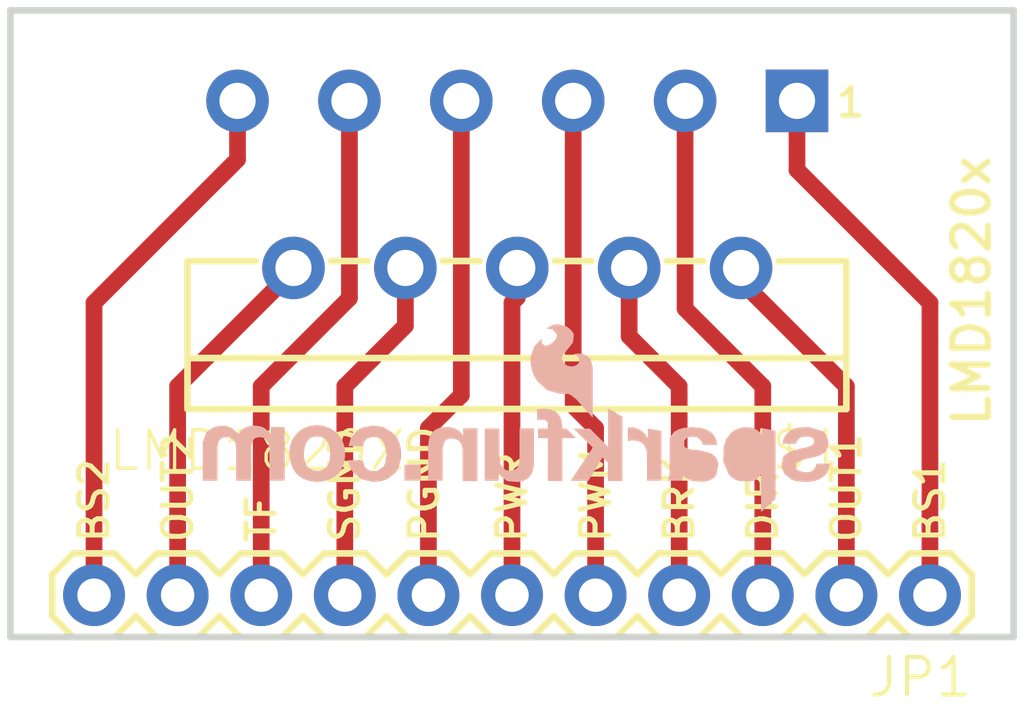
<source format=kicad_pcb>
(kicad_pcb (version 20211014) (generator pcbnew)
  (layers (0 "F.Cu" signal) (31 "B.Cu" signal) (34 "B.Paste" user) (35 "F.Paste" user) (36 "B.SilkS" user "B.Silkscreen") (37 "F.SilkS" user "F.Silkscreen") (38 "B.Mask" user) (39 "F.Mask" user) (44 "Edge.Cuts" user))
  (net 0 "")
  (net 1 "BS1")
  (net 2 "OUT1")
  (net 3 "DIR")
  (net 4 "BRK")
  (net 5 "PWM")
  (net 6 "PWR")
  (net 7 "PGND")
  (net 8 "SGND")
  (net 9 "TF")
  (net 10 "OUT2")
  (net 11 "BS2")
  (footprint "boardEagle:STAND-OFF" (layer "F.Cu") (at 161.2011 98.0186)
    (fp_text reference "JP3" hide)
    (fp_text value "STAND-OFF" hide)
    (pad "" np_thru_hole circle (at 0 0) (size 3.302 3.302) (drill 3.302) (layers *.Cu *.Mask))
  )
  (footprint "boardEagle:STAND-OFF" (layer "F.Cu") (at 135.8011 98.0186)
    (fp_text reference "JP2" hide)
    (fp_text value "STAND-OFF" hide)
    (pad "" np_thru_hole circle (at 0 0) (size 3.302 3.302) (drill 3.302) (layers *.Cu *.Mask))
  )
  (footprint "boardEagle:1X11" (layer "F.Cu") (at 161.2011 113.2586 180)
    (fp_text reference "JP1" (at -1.3462 -1.8288 180) (layer "F.SilkS") (effects (font (size 1.143 1.143) (thickness 0.127)) (justify right top)))
    (fp_text value "M11PTH")
    (fp_line (start 17.145 -1.27) (end 16.51 -0.635) (layer "F.SilkS") (width 0.2032))
    (fp_line (start 6.985 -1.27) (end 8.255 -1.27) (layer "F.SilkS") (width 0.2032))
    (fp_line (start 22.225 -1.27) (end 23.495 -1.27) (layer "F.SilkS") (width 0.2032))
    (fp_line (start 8.89 0.635) (end 8.255 1.27) (layer "F.SilkS") (width 0.2032))
    (fp_line (start 4.445 1.27) (end 3.81 0.635) (layer "F.SilkS") (width 0.2032))
    (fp_line (start -1.27 -0.635) (end -1.27 0.635) (layer "F.SilkS") (width 0.2032))
    (fp_line (start 3.81 0.635) (end 3.175 1.27) (layer "F.SilkS") (width 0.2032))
    (fp_line (start 8.89 -0.635) (end 9.525 -1.27) (layer "F.SilkS") (width 0.2032))
    (fp_line (start 20.955 -1.27) (end 21.59 -0.635) (layer "F.SilkS") (width 0.2032))
    (fp_line (start -1.27 0.635) (end -0.635 1.27) (layer "F.SilkS") (width 0.2032))
    (fp_line (start 1.905 1.27) (end 1.27 0.635) (layer "F.SilkS") (width 0.2032))
    (fp_line (start 22.225 -1.27) (end 21.59 -0.635) (layer "F.SilkS") (width 0.2032))
    (fp_line (start 19.685 -1.27) (end 20.955 -1.27) (layer "F.SilkS") (width 0.2032))
    (fp_line (start 6.985 -1.27) (end 6.35 -0.635) (layer "F.SilkS") (width 0.2032))
    (fp_line (start 3.81 -0.635) (end 4.445 -1.27) (layer "F.SilkS") (width 0.2032))
    (fp_line (start 24.765 -1.27) (end 24.13 -0.635) (layer "F.SilkS") (width 0.2032))
    (fp_line (start 0.635 -1.27) (end 1.27 -0.635) (layer "F.SilkS") (width 0.2032))
    (fp_line (start 15.875 -1.27) (end 16.51 -0.635) (layer "F.SilkS") (width 0.2032))
    (fp_line (start 6.35 0.635) (end 5.715 1.27) (layer "F.SilkS") (width 0.2032))
    (fp_line (start 4.445 -1.27) (end 5.715 -1.27) (layer "F.SilkS") (width 0.2032))
    (fp_line (start 9.525 -1.27) (end 10.795 -1.27) (layer "F.SilkS") (width 0.2032))
    (fp_line (start 6.35 0.635) (end 6.985 1.27) (layer "F.SilkS") (width 0.2032))
    (fp_line (start 18.415 1.27) (end 17.145 1.27) (layer "F.SilkS") (width 0.2032))
    (fp_line (start 5.715 1.27) (end 4.445 1.27) (layer "F.SilkS") (width 0.2032))
    (fp_line (start 13.335 1.27) (end 12.065 1.27) (layer "F.SilkS") (width 0.2032))
    (fp_line (start 20.955 1.27) (end 19.685 1.27) (layer "F.SilkS") (width 0.2032))
    (fp_line (start 26.67 -0.635) (end 26.67 0.635) (layer "F.SilkS") (width 0.2032))
    (fp_line (start 12.065 -1.27) (end 13.335 -1.27) (layer "F.SilkS") (width 0.2032))
    (fp_line (start 10.795 -1.27) (end 11.43 -0.635) (layer "F.SilkS") (width 0.2032))
    (fp_line (start 23.495 -1.27) (end 24.13 -0.635) (layer "F.SilkS") (width 0.2032))
    (fp_line (start 10.795 1.27) (end 9.525 1.27) (layer "F.SilkS") (width 0.2032))
    (fp_line (start 26.035 -1.27) (end 26.67 -0.635) (layer "F.SilkS") (width 0.2032))
    (fp_line (start 11.43 0.635) (end 10.795 1.27) (layer "F.SilkS") (width 0.2032))
    (fp_line (start 1.27 0.635) (end 0.635 1.27) (layer "F.SilkS") (width 0.2032))
    (fp_line (start 0.635 1.27) (end -0.635 1.27) (layer "F.SilkS") (width 0.2032))
    (fp_line (start 17.145 -1.27) (end 18.415 -1.27) (layer "F.SilkS") (width 0.2032))
    (fp_line (start 24.13 0.635) (end 24.765 1.27) (layer "F.SilkS") (width 0.2032))
    (fp_line (start 13.97 0.635) (end 14.605 1.27) (layer "F.SilkS") (width 0.2032))
    (fp_line (start -0.635 -1.27) (end 0.635 -1.27) (layer "F.SilkS") (width 0.2032))
    (fp_line (start 18.415 -1.27) (end 19.05 -0.635) (layer "F.SilkS") (width 0.2032))
    (fp_line (start 24.765 -1.27) (end 26.035 -1.27) (layer "F.SilkS") (width 0.2032))
    (fp_line (start 19.05 0.635) (end 19.685 1.27) (layer "F.SilkS") (width 0.2032))
    (fp_line (start 9.525 1.27) (end 8.89 0.635) (layer "F.SilkS") (width 0.2032))
    (fp_line (start 21.59 0.635) (end 20.955 1.27) (layer "F.SilkS") (width 0.2032))
    (fp_line (start 14.605 -1.27) (end 13.97 -0.635) (layer "F.SilkS") (width 0.2032))
    (fp_line (start 3.175 1.27) (end 1.905 1.27) (layer "F.SilkS") (width 0.2032))
    (fp_line (start 11.43 -0.635) (end 12.065 -1.27) (layer "F.SilkS") (width 0.2032))
    (fp_line (start 15.875 1.27) (end 14.605 1.27) (layer "F.SilkS") (width 0.2032))
    (fp_line (start 16.51 0.635) (end 17.145 1.27) (layer "F.SilkS") (width 0.2032))
    (fp_line (start 3.175 -1.27) (end 3.81 -0.635) (layer "F.SilkS") (width 0.2032))
    (fp_line (start -0.635 -1.27) (end -1.27 -0.635) (layer "F.SilkS") (width 0.2032))
    (fp_line (start 13.97 0.635) (end 13.335 1.27) (layer "F.SilkS") (width 0.2032))
    (fp_line (start 19.685 -1.27) (end 19.05 -0.635) (layer "F.SilkS") (width 0.2032))
    (fp_line (start 16.51 0.635) (end 15.875 1.27) (layer "F.SilkS") (width 0.2032))
    (fp_line (start 23.495 1.27) (end 22.225 1.27) (layer "F.SilkS") (width 0.2032))
    (fp_line (start 8.255 1.27) (end 6.985 1.27) (layer "F.SilkS") (width 0.2032))
    (fp_line (start 24.13 0.635) (end 23.495 1.27) (layer "F.SilkS") (width 0.2032))
    (fp_line (start 19.05 0.635) (end 18.415 1.27) (layer "F.SilkS") (width 0.2032))
    (fp_line (start 8.255 -1.27) (end 8.89 -0.635) (layer "F.SilkS") (width 0.2032))
    (fp_line (start 13.335 -1.27) (end 13.97 -0.635) (layer "F.SilkS") (width 0.2032))
    (fp_line (start 12.065 1.27) (end 11.43 0.635) (layer "F.SilkS") (width 0.2032))
    (fp_line (start 26.035 1.27) (end 24.765 1.27) (layer "F.SilkS") (width 0.2032))
    (fp_line (start 1.905 -1.27) (end 3.175 -1.27) (layer "F.SilkS") (width 0.2032))
    (fp_line (start 5.715 -1.27) (end 6.35 -0.635) (layer "F.SilkS") (width 0.2032))
    (fp_line (start 26.67 0.635) (end 26.035 1.27) (layer "F.SilkS") (width 0.2032))
    (fp_line (start 21.59 0.635) (end 22.225 1.27) (layer "F.SilkS") (width 0.2032))
    (fp_line (start 1.27 -0.635) (end 1.905 -1.27) (layer "F.SilkS") (width 0.2032))
    (fp_line (start 14.605 -1.27) (end 15.875 -1.27) (layer "F.SilkS") (width 0.2032))
    (pad "1" thru_hole circle (at 0 0 270) (size 1.8796 1.8796) (drill 1.016) (layers *.Cu *.Mask) (net 1 "BS1"))
    (pad "2" thru_hole circle (at 2.54 0 270) (size 1.8796 1.8796) (drill 1.016) (layers *.Cu *.Mask) (net 2 "OUT1"))
    (pad "3" thru_hole circle (at 5.08 0 270) (size 1.8796 1.8796) (drill 1.016) (layers *.Cu *.Mask) (net 3 "DIR"))
    (pad "4" thru_hole circle (at 7.62 0 270) (size 1.8796 1.8796) (drill 1.016) (layers *.Cu *.Mask) (net 4 "BRK"))
    (pad "5" thru_hole circle (at 10.16 0 270) (size 1.8796 1.8796) (drill 1.016) (layers *.Cu *.Mask) (net 5 "PWM"))
    (pad "6" thru_hole circle (at 12.7 0 270) (size 1.8796 1.8796) (drill 1.016) (layers *.Cu *.Mask) (net 6 "PWR"))
    (pad "7" thru_hole circle (at 15.24 0 270) (size 1.8796 1.8796) (drill 1.016) (layers *.Cu *.Mask) (net 7 "PGND"))
    (pad "8" thru_hole circle (at 17.78 0 270) (size 1.8796 1.8796) (drill 1.016) (layers *.Cu *.Mask) (net 8 "SGND"))
    (pad "9" thru_hole circle (at 20.32 0 270) (size 1.8796 1.8796) (drill 1.016) (layers *.Cu *.Mask) (net 9 "TF"))
    (pad "10" thru_hole circle (at 22.86 0 270) (size 1.8796 1.8796) (drill 1.016) (layers *.Cu *.Mask) (net 10 "OUT2"))
    (pad "11" thru_hole circle (at 25.4 0 270) (size 1.8796 1.8796) (drill 1.016) (layers *.Cu *.Mask) (net 11 "BS2"))
  )
  (footprint "boardEagle:TO-220-11LEAD" (layer "F.Cu") (at 158.6611 103.0986 180)
    (fp_text reference "U$1" (at 0 -5.08 180) (layer "F.SilkS") (effects (font (size 1.1684 1.1684) (thickness 0.1016)) (justify right top)))
    (fp_text value "LMD1820X" (at 13.335 -5.08 180) (layer "F.SilkS") (effects (font (size 1.1684 1.1684) (thickness 0.1016)) (justify right top)))
    (fp_line (start 20 0) (end 17.95 0) (layer "F.SilkS") (width 0.2032))
    (fp_line (start 0 -4.5) (end 0 -2.95) (layer "F.SilkS") (width 0.2032))
    (fp_line (start 4.35 0) (end 5.45 0) (layer "F.SilkS") (width 0.2032))
    (fp_line (start 0 0) (end 2.05 0) (layer "F.SilkS") (width 0.2032))
    (fp_line (start 14.55 0) (end 15.65 0) (layer "F.SilkS") (width 0.2032))
    (fp_line (start 0 -2.95) (end 20.02 -2.95) (layer "F.SilkS") (width 0.2032))
    (fp_line (start 20.02 -4.5) (end 0 -4.5) (layer "F.SilkS") (width 0.2032))
    (fp_line (start 20.02 -2.95) (end 20.02 -4.5) (layer "F.SilkS") (width 0.2032))
    (fp_line (start 7.75 0) (end 8.85 0) (layer "F.SilkS") (width 0.2032))
    (fp_line (start 0 -2.95) (end 0 0) (layer "F.SilkS") (width 0.2032))
    (fp_line (start 20.02 0) (end 20.02 -2.95) (layer "F.SilkS") (width 0.2032))
    (fp_line (start 11.15 0) (end 12.25 0) (layer "F.SilkS") (width 0.2032))
    (pad "1" thru_hole rect (at 1.5 4.87 180) (size 1.9 1.9) (drill 1.1) (layers *.Cu *.Mask) (net 1 "BS1"))
    (pad "2" thru_hole circle (at 3.2 -0.21 180) (size 1.9 1.9) (drill 1.1) (layers *.Cu *.Mask) (net 2 "OUT1"))
    (pad "3" thru_hole circle (at 4.9 4.87 180) (size 1.9 1.9) (drill 1.1) (layers *.Cu *.Mask) (net 3 "DIR"))
    (pad "4" thru_hole circle (at 6.6 -0.21 180) (size 1.9 1.9) (drill 1.1) (layers *.Cu *.Mask) (net 4 "BRK"))
    (pad "5" thru_hole circle (at 8.3 4.87 180) (size 1.9 1.9) (drill 1.1) (layers *.Cu *.Mask) (net 5 "PWM"))
    (pad "6" thru_hole circle (at 10 -0.21 180) (size 1.9 1.9) (drill 1.1) (layers *.Cu *.Mask) (net 6 "PWR"))
    (pad "7" thru_hole circle (at 11.7 4.87 180) (size 1.9 1.9) (drill 1.1) (layers *.Cu *.Mask) (net 7 "PGND"))
    (pad "8" thru_hole circle (at 13.4 -0.21 180) (size 1.9 1.9) (drill 1.1) (layers *.Cu *.Mask) (net 8 "SGND"))
    (pad "9" thru_hole circle (at 15.1 4.87 180) (size 1.9 1.9) (drill 1.1) (layers *.Cu *.Mask) (net 9 "TF"))
    (pad "10" thru_hole circle (at 16.8 -0.21 180) (size 1.9 1.9) (drill 1.1) (layers *.Cu *.Mask) (net 10 "OUT2"))
    (pad "11" thru_hole circle (at 18.5 4.87 180) (size 1.9 1.9) (drill 1.1) (layers *.Cu *.Mask) (net 11 "BS2"))
  )
  (footprint "boardEagle:SFE-NEW-WEBLOGO" (layer "B.Cu") (at 158.1531 110.7186 180)
    (fp_text reference "JP5" hide)
    (fp_text value "LOGO-SFENEW" hide)
    (fp_line (start 11.1379 0.9449) (end 10.7163 0.9449) (layer "B.SilkS") (width 0.0254))
    (fp_line (start 15.5499 2.6137) (end 15.5499 2.2911) (layer "B.SilkS") (width 0.0254))
    (fp_line (start 10.7163 2.5171) (end 11.1201 2.5171) (layer "B.SilkS") (width 0.0254))
    (fp_line (start 10.7163 0.9449) (end 10.7163 2.5171) (layer "B.SilkS") (width 0.0254))
    (fp_line (start 15.5702 2.6137) (end 15.5854 2.6137) (layer "B.SilkS") (width 0.0254))
    (fp_line (start 15.5499 2.2911) (end 15.527 2.2911) (layer "B.SilkS") (width 0.0254))
    (fp_line (start 11.7729 0.955) (end 11.7729 1.9202) (layer "B.SilkS") (width 0.0254))
    (fp_line (start 11.1201 2.5171) (end 11.1201 2.2962) (layer "B.SilkS") (width 0.0254))
    (fp_line (start 11.1201 2.2962) (end 11.1277 2.2962) (layer "B.SilkS") (width 0.0254))
    (fp_line (start 12.1818 0.955) (end 11.7729 0.955) (layer "B.SilkS") (width 0.0254))
    (fp_line (start 15.5702 2.2962) (end 15.5702 2.6137) (layer "B.SilkS") (width 0.0254))
    (fp_line (start 12.1818 2.0091) (end 12.1818 0.955) (layer "B.SilkS") (width 0.0254))
    (fp_line (start 11.1379 1.8136) (end 11.1379 0.9449) (layer "B.SilkS") (width 0.0254))
    (fp_arc (start 14.8615 1.27) (mid 14.919858 1.189481) (end 14.9911 1.1201) (layer "B.SilkS") (width 0.0254))
    (fp_arc (start 11.1862 2.3571) (mid 11.172158 2.338081) (end 11.1582 2.319) (layer "B.SilkS") (width 0.0254))
    (fp_arc (start 12.1488 2.232699) (mid 12.104013 2.336521) (end 12.0345 2.4257) (layer "B.SilkS") (width 0.0254))
    (fp_arc (start 15.7277 2.2708) (mid 15.650001 2.290018) (end 15.5702 2.2962) (layer "B.SilkS") (width 0.0254))
    (fp_arc (start 11.5672 2.5552) (mid 11.411238 2.523841) (end 11.2725 2.446) (layer "B.SilkS") (width 0.0254))
    (fp_arc (start 12.1818 2.0091) (mid 12.172765 2.122002) (end 12.1488 2.2327) (layer "B.SilkS") (width 0.0254))
    (fp_arc (start 15.908 1.4097) (mid 15.966057 1.559906) (end 15.9868 1.7196) (layer "B.SilkS") (width 0.0254))
    (fp_arc (start 12.0345 2.425699) (mid 11.911985 2.51116) (end 11.7678 2.5502) (layer "B.SilkS") (width 0.0254))
    (fp_arc (start 11.1379 1.8821) (mid 11.137681 1.84785) (end 11.1379 1.8136) (layer "B.SilkS") (width 0.0254))
    (fp_arc (start 15.5499 2.6137) (mid 15.331296 2.577713) (end 15.1282 2.4892) (layer "B.SilkS") (width 0.0254))
    (fp_arc (start 16.317 1.3665) (mid 16.380488 1.583529) (end 16.4033 1.8085) (layer "B.SilkS") (width 0.0254))
    (fp_arc (start 15.8318 2.2047) (mid 15.783745 2.244042) (end 15.7277 2.2708) (layer "B.SilkS") (width 0.0254))
    (fp_arc (start 15.9029 0.9754) (mid 16.153433 1.12491) (end 16.317 1.3665) (layer "B.SilkS") (width 0.0254))
    (fp_arc (start 16.129 2.4181) (mid 15.978822 2.520652) (end 15.809 2.5857) (layer "B.SilkS") (width 0.0254))
    (fp_arc (start 11.4198 2.2327) (mid 11.475702 2.235165) (end 11.5316 2.2377) (layer "B.SilkS") (width 0.0254))
    (fp_arc (start 15.1714 1.6383) (mid 15.194331 1.520588) (end 15.24 1.4097) (layer "B.SilkS") (width 0.0254))
    (fp_arc (start 15.128201 2.4892) (mid 14.882786 2.260687) (end 14.7549 1.9507) (layer "B.SilkS") (width 0.0254))
    (fp_arc (start 15.527 2.2911) (mid 15.388433 2.258974) (end 15.278099 2.1692) (layer "B.SilkS") (width 0.0254))
    (fp_arc (start 11.7678 2.5502) (mid 11.667584 2.556058) (end 11.5672 2.5552) (layer "B.SilkS") (width 0.0254))
    (fp_arc (start 11.1277 2.2962) (mid 11.137379 2.298176) (end 11.1455 2.3038) (layer "B.SilkS") (width 0.0254))
    (fp_arc (start 14.7549 1.9507) (mid 14.737287 1.759061) (end 14.7523 1.5672) (layer "B.SilkS") (width 0.0254))
    (fp_arc (start 15.1689 1.8847) (mid 15.165026 1.761448) (end 15.1714 1.6383) (layer "B.SilkS") (width 0.0254))
    (fp_arc (start 14.7523 1.5672) (mid 14.792796 1.413418) (end 14.8615 1.27) (layer "B.SilkS") (width 0.0254))
    (fp_arc (start 11.1684 2.0396) (mid 11.146105 1.962214) (end 11.1379 1.8821) (layer "B.SilkS") (width 0.0254))
    (fp_arc (start 15.5423 0.9195) (mid 15.724919 0.932492) (end 15.9029 0.9754) (layer "B.SilkS") (width 0.0254))
    (fp_arc (start 11.4198 2.2327) (mid 11.334441 2.214452) (end 11.259799 2.1692) (layer "B.SilkS") (width 0.0254))
    (fp_arc (start 11.1455 2.3038) (mid 11.152103 2.311188) (end 11.1582 2.319) (layer "B.SilkS") (width 0.0254))
    (fp_arc (start 14.9911 1.1201) (mid 15.249615 0.972855) (end 15.5423 0.9195) (layer "B.SilkS") (width 0.0254))
    (fp_arc (start 15.809 2.5857) (mid 15.698073 2.606673) (end 15.5854 2.6137) (layer "B.SilkS") (width 0.0254))
    (fp_arc (start 11.5976 2.2276) (mid 11.565101 2.235925) (end 11.5316 2.2377) (layer "B.SilkS") (width 0.0254))
    (fp_arc (start 11.7145 2.1311) (mid 11.664346 2.1894) (end 11.5976 2.2276) (layer "B.SilkS") (width 0.0254))
    (fp_arc (start 11.7729 1.9202) (mid 11.758038 2.02962) (end 11.7145 2.1311) (layer "B.SilkS") (width 0.0254))
    (fp_arc (start 15.9588 1.971) (mid 15.910982 2.096372) (end 15.8318 2.2047) (layer "B.SilkS") (width 0.0254))
    (fp_arc (start 15.9868 1.7196) (mid 15.980368 1.846143) (end 15.9588 1.971) (layer "B.SilkS") (width 0.0254))
    (fp_arc (start 15.7632 1.2725) (mid 15.846801 1.329279) (end 15.908 1.4097) (layer "B.SilkS") (width 0.0254))
    (fp_arc (start 11.2725 2.446) (mid 11.226399 2.404414) (end 11.1862 2.3571) (layer "B.SilkS") (width 0.0254))
    (fp_arc (start 15.428 1.2522) (mid 15.597525 1.230563) (end 15.7632 1.2725) (layer "B.SilkS") (width 0.0254))
    (fp_arc (start 15.2781 2.1692) (mid 15.20247 2.035022) (end 15.168899 1.8847) (layer "B.SilkS") (width 0.0254))
    (fp_arc (start 15.24 1.4097) (mid 15.31871 1.3127) (end 15.428 1.2522) (layer "B.SilkS") (width 0.0254))
    (fp_arc (start 11.2598 2.1692) (mid 11.206137 2.110016) (end 11.1684 2.0396) (layer "B.SilkS") (width 0.0254))
    (fp_arc (start 16.4033 1.808499) (mid 16.333054 2.143404) (end 16.129 2.4181) (layer "B.SilkS") (width 0.0254))
    (fp_poly (pts (xy 6.7335 1.97376) (xy 7.284539 2.5248) (xy 7.78835 2.5248) (xy 7.197009 1.946483) (xy 7.869909 0.937183) (xy 7.330929 0.939835) (xy 6.903958 1.643716) (xy 6.7386 1.483032) (xy 6.7386 0.9296) (xy 6.306639 0.9296) (xy 6.2941 0.942139) (xy 6.2941 2.887776) (xy 6.7335 3.138467)) (layer "B.SilkS") (width 0) (fill solid))
    (fp_poly (pts (xy 15.5499 2.609649) (xy 15.5499 2.29782) (xy 15.429469 2.281338) (xy 15.314616 2.217851) (xy 15.23586 2.109416) (xy 15.196312 2.020604) (xy 15.168868 1.873153) (xy 15.163824 1.687316) (xy 15.181322 1.562471) (xy 15.218744 1.447652) (xy 15.272523 1.345) (xy 15.437302 1.244156) (xy 15.6121 1.221967) (xy 15.787119 1.281181) (xy 15.894998 1.379217) (xy 15.949332 1.500229) (xy 15.9868 1.655017) (xy 15.9868 1.797481) (xy 15.961756 1.990339) (xy 15.88736 2.151531) (xy 15.803924 2.232457) (xy 15.708711 2.283762) (xy 15.58997 2.2936) (xy 15.567485 2.2936) (xy 15.57294 2.617878) (xy 15.788992 2.590535) (xy 15.954486 2.53364) (xy 16.155367 2.394616) (xy 16.266844 2.264968) (xy 16.37246 2.027864) (xy 16.400898 1.805948) (xy 16.375193 1.592623) (xy 16.305839 1.343513) (xy 16.222719 1.211114) (xy 16.101494 1.095067) (xy 15.987532 1.014773) (xy 15.799031 0.950211) (xy 15.544583 0.924513) (xy 15.240687 0.965682) (xy 14.951456 1.146439) (xy 14.788469 1.399985) (xy 14.726674 1.793647) (xy 14.809154 2.154405) (xy 15.026083 2.4307) (xy 15.368412 2.600648) (xy 15.51864 2.6187) (xy 15.52691 2.6187)) (layer "B.SilkS") (width 0) (fill solid))
    (fp_poly (pts (xy 6.1316 2.557116) (xy 6.1316 2.1463) (xy 6.115783 2.1463) (xy 6.10653 2.147054) (xy 6.097893 2.149211) (xy 6.068387 2.157247) (xy 6.038922 2.161538) (xy 5.96265 2.16474) (xy 5.887609 2.16159) (xy 5.731931 2.107297) (xy 5.637642 2.018651) (xy 5.577302 1.903423) (xy 5.5499 1.736362) (xy 5.5499 0.9423) (xy 5.107878 0.9423) (xy 5.110519 2.454146) (xy 5.522 2.527255) (xy 5.522 2.234211) (xy 5.526569 2.235704) (xy 5.544428 2.262537) (xy 5.578841 2.314524) (xy 5.613758 2.367854) (xy 5.686736 2.438162) (xy 5.778008 2.498223) (xy 5.979984 2.565515)) (layer "B.SilkS") (width 0) (fill solid))
    (fp_poly (pts (xy 11.770768 2.56283) (xy 12.043428 2.435548) (xy 12.160999 2.237024) (xy 12.1945 2.010032) (xy 12.1945 0.9423) (xy 11.7602 0.9423) (xy 11.7602 1.918474) (xy 11.70302 2.124971) (xy 11.656141 2.179464) (xy 11.593345 2.215403) (xy 11.53092 2.224956) (xy 11.476269 2.222478) (xy 11.422495 2.220106) (xy 11.268 2.158791) (xy 11.18035 2.034508) (xy 11.1506 1.880883) (xy 11.1506 0.9322) (xy 10.7036 0.9322) (xy 10.7036 2.5298) (xy 11.1328 2.5298) (xy 11.1328 2.310454) (xy 11.136857 2.313263) (xy 11.148195 2.326834) (xy 11.161924 2.345602) (xy 11.176241 2.364992) (xy 11.217267 2.413279) (xy 11.265048 2.456381) (xy 11.406772 2.535896) (xy 11.566093 2.567932)) (layer "B.SilkS") (width 0) (fill solid))
    (fp_poly (pts (xy 9.4234 1.520809) (xy 9.472888 1.359974) (xy 9.516069 1.308185) (xy 9.573108 1.271734) (xy 9.714103 1.241374) (xy 9.853529 1.268908) (xy 10.003067 1.442966) (xy 10.033 1.684784) (xy 10.033 2.5273) (xy 10.48 2.5273) (xy 10.48 0.9398) (xy 10.0533 0.9398) (xy 10.0533 1.159713) (xy 9.961626 1.051965) (xy 9.823848 0.946774) (xy 9.797269 0.933513) (xy 9.76873 0.924761) (xy 9.46843 0.899096) (xy 9.311419 0.929258) (xy 9.173895 1.0008) (xy 9.172522 1.0008) (xy 9.155194 1.014756) (xy 9.141833 1.028106) (xy 9.055991 1.150842) (xy 9.0022 1.291099) (xy 8.984 1.439423) (xy 8.984 2.5324) (xy 9.4234 2.5324)) (layer "B.SilkS") (width 0) (fill solid))
    (fp_poly (pts (xy 12.4257 0.9449) (xy 12.921 0.9449) (xy 12.921 1.43) (xy 12.4257 1.43)) (layer "B.SilkS") (width 0) (fill solid))
    (fp_poly (pts (xy 8.337002 5.691103) (xy 8.426449 5.668729) (xy 8.439477 5.663683) (xy 8.451149 5.657775) (xy 8.46786 5.649476) (xy 8.486552 5.642734) (xy 8.582694 5.5855) (xy 8.5903 5.5855) (xy 8.5903 5.5601) (xy 8.517833 5.5601) (xy 8.419418 5.540814) (xy 8.285855 5.378186) (xy 8.290365 5.319725) (xy 8.33909 5.224769) (xy 8.415666 5.148096) (xy 8.505069 5.083538) (xy 8.580348 5.051724) (xy 8.661737 5.054532) (xy 8.669864 5.057086) (xy 8.677257 5.060289) (xy 8.741514 5.119856) (xy 8.7478 5.142712) (xy 8.7478 5.260838) (xy 8.974707 5.031027) (xy 9.079186 4.739741) (xy 9.082603 4.739794) (xy 9.08906 4.533335) (xy 9.059857 4.34032) (xy 8.996308 4.155742) (xy 8.8773 3.944478) (xy 8.8773 3.963481) (xy 8.589131 3.69191) (xy 8.193239 3.5814) (xy 7.964005 3.5814) (xy 7.927201 3.574946) (xy 7.892776 3.562492) (xy 7.707322 3.424684) (xy 7.1984 2.85199) (xy 7.1984 4.40367) (xy 7.271004 4.644867) (xy 7.379295 4.748389) (xy 7.518122 4.800422) (xy 7.6149 4.807989) (xy 7.710384 4.800523) (xy 7.77091 4.790999) (xy 7.768788 4.767333) (xy 7.733216 4.768142) (xy 7.712784 4.759041) (xy 7.631519 4.700054) (xy 7.611722 4.67357) (xy 7.601395 4.6114) (xy 7.611905 4.548129) (xy 7.632405 4.508074) (xy 7.663343 4.475585) (xy 7.757535 4.42645) (xy 7.863229 4.414642) (xy 7.953768 4.432984) (xy 8.03522 4.472556) (xy 8.13303 4.637559) (xy 8.118706 4.731744) (xy 8.061914 4.813301) (xy 7.795707 5.146137) (xy 7.772667 5.393755) (xy 7.838495 5.504456) (xy 7.840042 5.506003) (xy 7.989901 5.63002) (xy 8.243676 5.699964)) (layer "B.SilkS") (width 0) (fill solid))
    (fp_poly (pts (xy 14.181776 2.563159) (xy 14.181555 2.560669) (xy 14.327447 2.496725) (xy 14.547848 2.246517) (xy 14.619242 1.9914) (xy 14.1707 1.9914) (xy 14.1707 2.005388) (xy 14.15242 2.10038) (xy 14.100807 2.180729) (xy 14.023181 2.236025) (xy 13.860405 2.2706) (xy 13.694207 2.245798) (xy 13.653262 2.227396) (xy 13.618712 2.198612) (xy 13.531409 2.074936) (xy 13.459735 1.779947) (xy 13.507258 1.471936) (xy 13.55233 1.379537) (xy 13.718934 1.256376) (xy 13.795519 1.238584) (xy 13.875272 1.234455) (xy 13.963395 1.249226) (xy 14.044683 1.286045) (xy 14.088707 1.320383) (xy 14.123821 1.362695) (xy 14.191983 1.5646) (xy 14.6202 1.5646) (xy 14.6202 1.546046) (xy 14.607183 1.4497) (xy 14.551954 1.307962) (xy 14.468685 1.180108) (xy 14.234909 0.989147) (xy 13.88734 0.904104) (xy 13.726062 0.914148) (xy 13.567886 0.942693) (xy 13.423659 0.994928) (xy 13.188191 1.185237) (xy 13.098694 1.32648) (xy 13.017451 1.644495) (xy 13.0251 1.894992) (xy 13.0251 1.896181) (xy 13.064859 2.076939) (xy 13.14486 2.243932) (xy 13.26133 2.388842) (xy 13.574558 2.580191) (xy 13.883988 2.616332)) (layer "B.SilkS") (width 0) (fill solid))
    (fp_poly (pts (xy 4.444983 2.544915) (xy 4.588724 2.501712) (xy 4.72259 2.430523) (xy 4.844814 2.271666) (xy 4.859671 2.1819) (xy 4.8616 2.1819) (xy 4.8616 1.6891) (xy 4.864173 1.6891) (xy 4.861603 1.242544) (xy 4.871819 1.108765) (xy 4.906709 0.979276) (xy 4.920484 0.9423) (xy 4.495275 0.9423) (xy 4.477494 0.951279) (xy 4.472002 0.970735) (xy 4.468249 0.985133) (xy 4.446292 1.084946) (xy 4.440321 1.089528) (xy 4.438946 1.088886) (xy 4.309064 0.98859) (xy 4.153188 0.927249) (xy 3.824183 0.906712) (xy 3.683825 0.938256) (xy 3.554173 1.000134) (xy 3.486826 1.05665) (xy 3.437273 1.130532) (xy 3.3807 1.444163) (xy 3.3807 1.446675) (xy 3.401941 1.543624) (xy 3.446308 1.632822) (xy 3.527788 1.722902) (xy 3.632416 1.784766) (xy 3.937258 1.861632) (xy 4.048648 1.873601) (xy 4.159032 1.884616) (xy 4.224808 1.893434) (xy 4.289167 1.907055) (xy 4.336271 1.923637) (xy 4.379043 1.948303) (xy 4.407461 1.974391) (xy 4.413402 1.982997) (xy 4.4171 1.991455) (xy 4.4171 2.14983) (xy 4.358226 2.232254) (xy 4.254396 2.270917) (xy 4.188033 2.274326) (xy 4.120968 2.275774) (xy 4.006679 2.25395) (xy 3.883049 2.131716) (xy 3.8659 2.045941) (xy 3.8659 2.0295) (xy 3.429 2.0295) (xy 3.429 2.040006) (xy 3.418965 2.041638) (xy 3.439259 2.166448) (xy 3.491292 2.283494) (xy 3.571378 2.383462) (xy 3.674008 2.459597) (xy 3.791998 2.513469) (xy 3.916944 2.547448) (xy 4.18103 2.571338)) (layer "B.SilkS") (width 0) (fill solid))
    (fp_poly (pts (xy 2.834651 2.506079) (xy 2.92707 2.450683) (xy 3.011605 2.383731) (xy 3.1267 2.221709) (xy 3.1267 2.263503) (xy 3.219434 1.972794) (xy 3.236098 1.526727) (xy 3.068933 1.135798) (xy 2.975978 1.041462) (xy 2.864973 0.970996) (xy 2.740356 0.92713) (xy 2.372489 0.922) (xy 2.370226 0.922) (xy 2.254471 0.962806) (xy 2.0828 1.127587) (xy 2.0828 -0.010757) (xy 1.6434 0.385552) (xy 1.6434 2.45912) (xy 2.057593 2.537568) (xy 2.055012 2.330538) (xy 2.068304 2.345345) (xy 2.15812 2.442839) (xy 2.234107 2.497896) (xy 2.368681 2.552194) (xy 2.419192 2.562883) (xy 2.620347 2.565422)) (layer "B.SilkS") (width 0) (fill solid))
    (fp_poly (pts (xy 17.714962 2.583496) (xy 17.714669 2.58013) (xy 17.812284 2.526288) (xy 17.900302 2.442716) (xy 17.956995 2.351455) (xy 17.961394 2.355854) (xy 18.007182 2.404147) (xy 18.086856 2.480888) (xy 18.177617 2.546023) (xy 18.30384 2.60027) (xy 18.440544 2.616304) (xy 18.698981 2.580082) (xy 18.93345 2.426436) (xy 19.05 2.112985) (xy 19.05 0.9398) (xy 18.6004 0.9398) (xy 18.6004 1.979658) (xy 18.558302 2.150487) (xy 18.49797 2.220003) (xy 18.412014 2.255689) (xy 18.322362 2.262413) (xy 18.233537 2.253336) (xy 18.121633 2.190061) (xy 18.068614 2.109201) (xy 18.041426 2.014408) (xy 18.036069 1.960144) (xy 18.034 1.904767) (xy 18.034 0.9398) (xy 17.5768 0.9398) (xy 17.5768 2.006808) (xy 17.507834 2.191589) (xy 17.433119 2.246143) (xy 17.339789 2.26304) (xy 17.298061 2.260863) (xy 17.256145 2.258198) (xy 17.19103 2.2421) (xy 17.135402 2.205103) (xy 17.092564 2.160343) (xy 17.055171 2.112821) (xy 17.0155 1.934108) (xy 17.0155 0.9423) (xy 16.5583 0.9423) (xy 16.5583 2.573) (xy 16.9824 2.573) (xy 16.9824 2.355139) (xy 16.985319 2.355789) (xy 17.015959 2.3959) (xy 17.093229 2.475705) (xy 17.171263 2.538367) (xy 17.262579 2.579887) (xy 17.318155 2.59498) (xy 17.374103 2.605849) (xy 17.443329 2.614463) (xy 17.514022 2.618767)) (layer "B.SilkS") (width 0) (fill solid))
    (fp_poly (pts (xy 0.803285 2.567895) (xy 0.944243 2.553799) (xy 1.081508 2.516334) (xy 1.193542 2.461399) (xy 1.291841 2.383865) (xy 1.357039 2.297824) (xy 1.377068 2.257603) (xy 1.393653 2.216867) (xy 1.417283 2.151914) (xy 1.353784 2.105111) (xy 1.152335 2.254241) (xy 0.736496 2.387002) (xy 0.372563 2.277101) (xy 0.417885 2.019712) (xy 1.241556 1.540676) (xy 1.263422 1.497067) (xy 1.147655 1.152457) (xy 0.724605 1.058492) (xy -0.038666 1.4605) (xy 0.4115 1.4605) (xy 0.4115 1.443466) (xy 0.420402 1.369907) (xy 0.454647 1.305856) (xy 0.524204 1.243359) (xy 0.610838 1.206018) (xy 0.637726 1.200933) (xy 0.665996 1.198897) (xy 0.7328 1.198389) (xy 0.79791 1.198884) (xy 0.968129 1.258019) (xy 1.007666 1.302193) (xy 1.028603 1.358428) (xy 1.025789 1.425439) (xy 0.995864 1.485288) (xy 0.943734 1.527918) (xy 0.715431 1.605731) (xy 0.533161 1.644154) (xy 0.351479 1.692254) (xy 0.230117 1.743632) (xy 0.122357 1.822697) (xy 0.0457 1.960096) (xy 0.0457 1.963141) (xy 0.038572 2.135467) (xy 0.0838 2.300409) (xy 0.0838 2.303445) (xy 0.206233 2.444416) (xy 0.620397 2.567885) (xy 0.71245 2.568634)) (layer "B.SilkS") (width 0) (fill solid))
    (fp_poly (pts (xy 1.201557 2.290098) (xy 1.414074 2.156268) (xy 1.42383 2.065) (xy 1.01008 2.065) (xy 1.00135 2.126336) (xy 0.936084 2.220524) (xy 0.871818 2.257603) (xy 0.798545 2.2758) (xy 0.628591 2.2758) (xy 0.583991 2.267366) (xy 0.541641 2.251683) (xy 0.51157 2.232098) (xy 0.488615 2.205726) (xy 0.469153 2.152745) (xy 0.474605 2.097619) (xy 0.521549 2.031824) (xy 0.664468 1.962838) (xy 0.866638 1.922444) (xy 1.206678 1.822687) (xy 1.354318 1.729494) (xy 1.389578 1.692366) (xy 1.416579 1.648151) (xy 1.460229 1.440208) (xy 1.447804 1.4376) (xy 1.460484 1.436955) (xy 1.457817 1.384541) (xy 1.452657 1.33034) (xy 1.371775 1.140043) (xy 1.14885 0.969822) (xy 1.013381 0.927267) (xy 0.74708 0.904177) (xy 0.617383 0.909691) (xy 0.487493 0.922202) (xy 0.306845 0.984179) (xy 0.185213 1.061804) (xy 0.109225 1.132023) (xy 0.056988 1.2215) (xy 0.013059 1.350644) (xy 0.002577 1.410659) (xy -0.00152 1.469003) (xy 0.738195 1.10308) (xy 1.120535 1.189415) (xy 1.224069 1.497645) (xy 0.809011 1.723764) (xy 0.364394 1.98847) (xy 0.308075 2.310537) (xy 0.741882 2.423672)) (layer "B.SilkS") (width 0) (fill solid))
    (fp_poly (pts (xy 8.809435 3.119895) (xy 8.875117 3.1166) (xy 8.89 3.1166) (xy 8.89 2.7889) (xy 8.869112 2.7889) (xy 8.841108 2.7915) (xy 8.660351 2.7915) (xy 8.587936 2.740064) (xy 8.571192 2.699602) (xy 8.5649 2.653436) (xy 8.5649 2.5273) (xy 8.8621 2.5273) (xy 8.8621 2.2352) (xy 8.5623 2.2352) (xy 8.5623 0.9322) (xy 8.1204 0.9322) (xy 8.1204 2.232779) (xy 7.70383 2.235391) (xy 7.995739 2.5273) (xy 8.1255 2.5273) (xy 8.1255 2.560826) (xy 8.143432 2.77702) (xy 8.219199 2.938937) (xy 8.324367 3.032939) (xy 8.449534 3.095959) (xy 8.586403 3.1242) (xy 8.743112 3.1242)) (layer "B.SilkS") (width 0) (fill solid))
  )
  (gr_line (start 163.7411 114.5286) (end 163.7411 95.4786) (layer "Edge.Cuts") (width 0.2032))
  (gr_line (start 133.2611 114.5286) (end 163.7411 114.5286) (layer "Edge.Cuts") (width 0.2032))
  (gr_line (start 133.2611 95.4786) (end 133.2611 114.5286) (layer "Edge.Cuts") (width 0.2032))
  (gr_line (start 163.7411 95.4786) (end 133.2611 95.4786) (layer "Edge.Cuts") (width 0.2032))
  (gr_text "BS1" (at 161.7091 111.7346 90) (layer "F.SilkS") (effects (font (size 0.8636 0.8636) (thickness 0.1524)) (justify left bottom)))
  (gr_text "DIR" (at 156.6291 111.7346 90) (layer "F.SilkS") (effects (font (size 0.8636 0.8636) (thickness 0.1524)) (justify left bottom)))
  (gr_text "OUT1" (at 159.1691 111.7346 90) (layer "F.SilkS") (effects (font (size 0.8636 0.8636) (thickness 0.1524)) (justify left bottom)))
  (gr_text "PWR" (at 149.0091 111.7346 90) (layer "F.SilkS") (effects (font (size 0.8636 0.8636) (thickness 0.1524)) (justify left bottom)))
  (gr_text "PGND" (at 146.3421 111.7346 90) (layer "F.SilkS") (effects (font (size 0.8636 0.8636) (thickness 0.1524)) (justify left bottom)))
  (gr_text "TF" (at 141.3891 111.7346 90) (layer "F.SilkS") (effects (font (size 0.8636 0.8636) (thickness 0.1524)) (justify left bottom)))
  (gr_text "BRK" (at 154.0891 111.7346 90) (layer "F.SilkS") (effects (font (size 0.8636 0.8636) (thickness 0.1524)) (justify left bottom)))
  (gr_text "OUT2" (at 138.8491 111.7346 90) (layer "F.SilkS") (effects (font (size 0.8636 0.8636) (thickness 0.1524)) (justify left bottom)))
  (gr_text "LMD1820x" (at 161.8361 99.7966 90) (layer "F.SilkS") (effects (font (size 1.0795 1.0795) (thickness 0.1905)) (justify right top)))
  (gr_text "PWM" (at 151.5491 111.7346 90) (layer "F.SilkS") (effects (font (size 0.8636 0.8636) (thickness 0.1524)) (justify left bottom)))
  (gr_text "BS2" (at 136.3091 111.7346 90) (layer "F.SilkS") (effects (font (size 0.8636 0.8636) (thickness 0.1524)) (justify left bottom)))
  (gr_text "1" (at 158.2801 98.7806) (layer "F.SilkS") (effects (font (size 0.8636 0.8636) (thickness 0.1524)) (justify left bottom)))
  (gr_text "SGND" (at 143.9291 111.7346 90) (layer "F.SilkS") (effects (font (size 0.8636 0.8636) (thickness 0.1524)) (justify left bottom)))
  (segment (start 161.2011 113.2586) (end 161.2011 104.3686) (width 0.508) (layer "F.Cu") (net 1))
  (segment (start 161.2011 104.3686) (end 157.1611 100.3286) (width 0.508) (layer "F.Cu") (net 1))
  (segment (start 157.1611 100.3286) (end 157.1611 98.2286) (width 0.508) (layer "F.Cu") (net 1))
  (segment (start 155.4611 103.7086) (end 155.4611 103.3086) (width 0.508) (layer "F.Cu") (net 2))
  (segment (start 158.6611 106.9086) (end 155.4611 103.7086) (width 0.508) (layer "F.Cu") (net 2))
  (segment (start 158.6611 113.2586) (end 158.6611 106.9086) (width 0.508) (layer "F.Cu") (net 2))
  (segment (start 155.4611 103.3086) (end 155.4611 103.3276) (width 0.508) (layer "F.Cu") (net 2))
  (segment (start 156.1211 106.9086) (end 153.7611 104.5486) (width 0.508) (layer "F.Cu") (net 3))
  (segment (start 153.7611 104.5486) (end 153.7611 98.2286) (width 0.508) (layer "F.Cu") (net 3))
  (segment (start 156.1211 113.2586) (end 156.1211 106.9086) (width 0.508) (layer "F.Cu") (net 3))
  (segment (start 152.0611 105.3886) (end 152.0611 103.3086) (width 0.508) (layer "F.Cu") (net 4))
  (segment (start 153.5811 113.2586) (end 153.5811 106.9086) (width 0.508) (layer "F.Cu") (net 4))
  (segment (start 153.5811 106.9086) (end 152.0611 105.3886) (width 0.508) (layer "F.Cu") (net 4))
  (segment (start 151.0411 108.1786) (end 150.3611 107.4986) (width 0.508) (layer "F.Cu") (net 5))
  (segment (start 150.3611 107.4986) (end 150.3611 98.2286) (width 0.508) (layer "F.Cu") (net 5))
  (segment (start 151.0411 113.2586) (end 151.0411 108.1786) (width 0.508) (layer "F.Cu") (net 5))
  (segment (start 148.6611 104.2086) (end 148.6611 103.3086) (width 0.508) (layer "F.Cu") (net 6))
  (segment (start 148.5011 113.2586) (end 148.5011 104.3686) (width 0.508) (layer "F.Cu") (net 6))
  (segment (start 148.5011 104.3686) (end 148.6611 104.2086) (width 0.508) (layer "F.Cu") (net 6))
  (segment (start 145.9611 113.2586) (end 145.9611 108.1786) (width 0.508) (layer "F.Cu") (net 7))
  (segment (start 145.9611 108.1786) (end 146.9611 107.1786) (width 0.508) (layer "F.Cu") (net 7))
  (segment (start 146.9611 107.1786) (end 146.9611 98.2286) (width 0.508) (layer "F.Cu") (net 7))
  (segment (start 145.2611 105.0686) (end 145.2611 103.3086) (width 0.508) (layer "F.Cu") (net 8))
  (segment (start 143.4211 106.9086) (end 145.2611 105.0686) (width 0.508) (layer "F.Cu") (net 8))
  (segment (start 143.4211 113.2586) (end 143.4211 106.9086) (width 0.508) (layer "F.Cu") (net 8))
  (segment (start 143.5611 104.2286) (end 143.5611 98.2286) (width 0.508) (layer "F.Cu") (net 9))
  (segment (start 140.8811 113.2586) (end 140.8811 106.9086) (width 0.508) (layer "F.Cu") (net 9))
  (segment (start 140.8811 106.9086) (end 143.5611 104.2286) (width 0.508) (layer "F.Cu") (net 9))
  (segment (start 141.8611 103.3886) (end 141.8611 103.3086) (width 0.508) (layer "F.Cu") (net 10))
  (segment (start 138.3411 106.9086) (end 141.8611 103.3886) (width 0.508) (layer "F.Cu") (net 10))
  (segment (start 138.3411 113.2586) (end 138.3411 106.9086) (width 0.508) (layer "F.Cu") (net 10))
  (segment (start 135.8011 113.2586) (end 135.8011 104.3686) (width 0.508) (layer "F.Cu") (net 11))
  (segment (start 140.1611 100.0086) (end 140.1611 98.2286) (width 0.508) (layer "F.Cu") (net 11))
  (segment (start 139.6111 100.5586) (end 140.1611 100.0086) (width 0.508) (layer "F.Cu") (net 11))
  (segment (start 135.8011 104.3686) (end 139.6111 100.5586) (width 0.508) (layer "F.Cu") (net 11))
  (segment (start 139.6111 100.5586) (end 140.0341 100.1356) (width 0.508) (layer "F.Cu") (net 11))
)
</source>
